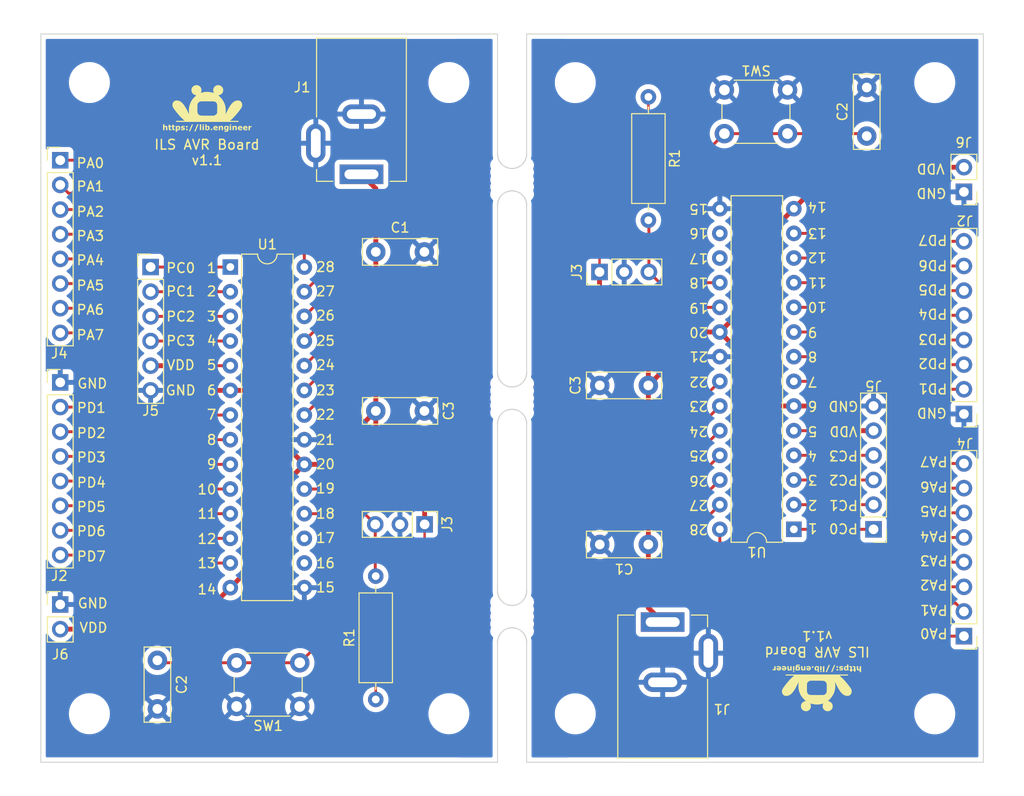
<source format=kicad_pcb>
(kicad_pcb (version 20211014) (generator pcbnew)
  (layers (0 "F.Cu" signal) (31 "B.Cu" power) (34 "B.Paste" user) (35 "F.Paste" user) (36 "B.SilkS" user "B.Silkscreen") (37 "F.SilkS" user "F.Silkscreen") (38 "B.Mask" user) (39 "F.Mask" user) (44 "Edge.Cuts" user))
  (net 0 "")
  (net 1 "VDD")
  (net 2 "GND")
  (net 3 "/{slash}RESET")
  (net 4 "/PD1")
  (net 5 "/PD2")
  (net 6 "/PD3")
  (net 7 "/PD4")
  (net 8 "/PD5")
  (net 9 "/PD6")
  (net 10 "/PD7")
  (net 11 "/PA0")
  (net 12 "/PA1")
  (net 13 "/PA2")
  (net 14 "/PA3")
  (net 15 "/PA4")
  (net 16 "/PA5")
  (net 17 "/PA6")
  (net 18 "/PA7")
  (net 19 "/PC0")
  (net 20 "/PC1")
  (net 21 "/PC2")
  (net 22 "/PC3")
  (net 25 "/UPDI")
  (footprint "Connector_PinHeader_2.54mm:PinHeader_1x03_P2.54mm_Vertical" (layer "F.Cu") (at 99.5 95.5 -90)
    (fp_text reference "J3")
    (fp_text value "Conn_01x03_Male" hide)
  )
  (footprint "Connector_PinHeader_2.54mm:PinHeader_1x06_P2.54mm_Vertical" (layer "F.Cu") (at 71.3 69)
    (fp_text reference "J5")
    (fp_text value "Conn_01x06_Male" hide)
  )
  (footprint "lib:Mouse_Bite" (layer "F.Cu") (at 108.5 105 90)
    (fp_text reference "REF**" hide)
    (fp_text value "Mouse_Bite" hide)
    (fp_arc (start -2.65 -1.5) (mid -1.15 0) (end -2.65 1.5) (layer "Edge.Cuts") (width 0.12))
    (fp_arc (start 2.65 1.5) (mid 1.15 0) (end 2.65 -1.5) (layer "Edge.Cuts") (width 0.12))
  )
  (footprint "MountingHole:MountingHole_3.2mm_M3" (layer "F.Cu") (at 115 50.01 180)
    (fp_text reference "H1" hide)
    (fp_text value "MountingHole" hide)
  )
  (footprint "Capacitor_THT:C_Disc_D7.5mm_W2.5mm_P5.00mm" (layer "F.Cu") (at 122.525 97.57 180)
    (fp_text reference "C1")
    (fp_text value "1u" hide)
  )
  (footprint "MountingHole:MountingHole_3.2mm_M3" (layer "F.Cu") (at 65 50)
    (fp_text reference "H4" hide)
    (fp_text value "MountingHole" hide)
  )
  (footprint "Connector_PinHeader_2.54mm:PinHeader_1x08_P2.54mm_Vertical" (layer "F.Cu") (at 62 80.88)
    (fp_text reference "J2")
    (fp_text value "Conn_01x08_Male" hide)
  )
  (footprint "Button_Switch_THT:SW_PUSH_6mm" (layer "F.Cu") (at 86.65 114.25 180)
    (fp_text reference "SW1")
    (fp_text value "SW_SPST" hide)
  )
  (footprint "MountingHole:MountingHole_3.2mm_M3" (layer "F.Cu") (at 102 115)
    (fp_text reference "H1" hide)
    (fp_text value "MountingHole" hide)
  )
  (footprint "MountingHole:MountingHole_3.2mm_M3" (layer "F.Cu") (at 152 50.01 180)
    (fp_text reference "H3" hide)
    (fp_text value "MountingHole" hide)
  )
  (footprint "Connector_PinHeader_2.54mm:PinHeader_1x08_P2.54mm_Vertical" (layer "F.Cu") (at 155 84.13 180)
    (fp_text reference "J2")
    (fp_text value "Conn_01x08_Male" hide)
  )
  (footprint "Connector_PinHeader_2.54mm:PinHeader_1x06_P2.54mm_Vertical" (layer "F.Cu") (at 145.7 96.01 180)
    (fp_text reference "J5")
    (fp_text value "Conn_01x06_Male" hide)
  )
  (footprint "Capacitor_THT:C_Disc_D7.5mm_W2.5mm_P5.00mm" (layer "F.Cu") (at 72 109.5 -90)
    (fp_text reference "C2")
    (fp_text value "1u" hide)
  )
  (footprint "Button_Switch_THT:SW_PUSH_6mm" (layer "F.Cu") (at 130.35 50.76)
    (fp_text reference "SW1")
    (fp_text value "SW_SPST" hide)
  )
  (footprint "Connector_PinHeader_2.54mm:PinHeader_1x08_P2.54mm_Vertical" (layer "F.Cu") (at 155 107.01 180)
    (fp_text reference "J4")
    (fp_text value "Conn_01x08_Male" hide)
  )
  (footprint "Capacitor_THT:C_Disc_D7.5mm_W2.5mm_P5.00mm" (layer "F.Cu") (at 94.475 67.44)
    (fp_text reference "C1")
    (fp_text value "1u" hide)
  )
  (footprint "MountingHole:MountingHole_3.2mm_M3" (layer "F.Cu") (at 102 50)
    (fp_text reference "H2" hide)
    (fp_text value "MountingHole" hide)
  )
  (footprint "Capacitor_THT:C_Disc_D7.5mm_W2.5mm_P5.00mm" (layer "F.Cu") (at 122.525 81.19 180)
    (fp_text reference "C3")
    (fp_text value "1u" hide)
  )
  (footprint "Connector_BarrelJack:BarrelJack_Kycon_KLDX-0202-xC_Horizontal" (layer "F.Cu") (at 124 105.56 90)
    (fp_text reference "J1")
    (fp_text value "Barrel_Jack_Switch_Pin3Ring" hide)
  )
  (footprint "lib:Mouse_Bite" (layer "F.Cu") (at 108.5 60 90)
    (fp_text reference "REF**" hide)
    (fp_text value "Mouse_Bite" hide)
    (fp_arc (start -2.65 -1.5) (mid -1.15 0) (end -2.65 1.5) (layer "Edge.Cuts") (width 0.12))
    (fp_arc (start 2.65 1.5) (mid 1.15 0) (end 2.65 -1.5) (layer "Edge.Cuts") (width 0.12))
  )
  (footprint "Capacitor_THT:C_Disc_D7.5mm_W2.5mm_P5.00mm" (layer "F.Cu") (at 145 55.51 90)
    (fp_text reference "C2")
    (fp_text value "1u" hide)
  )
  (footprint "MountingHole:MountingHole_3.2mm_M3" (layer "F.Cu") (at 65 115)
    (fp_text reference "H3" hide)
    (fp_text value "MountingHole" hide)
  )
  (footprint "Connector_PinHeader_2.54mm:PinHeader_1x08_P2.54mm_Vertical" (layer "F.Cu") (at 62 58)
    (fp_text reference "J4")
    (fp_text value "Conn_01x08_Male" hide)
  )
  (footprint "Connector_BarrelJack:BarrelJack_Kycon_KLDX-0202-xC_Horizontal" (layer "F.Cu") (at 93 59.45 -90)
    (fp_text reference "J1")
    (fp_text value "Barrel_Jack_Switch_Pin3Ring" hide)
  )
  (footprint "MountingHole:MountingHole_3.2mm_M3" (layer "F.Cu") (at 152 115.01 180)
    (fp_text reference "H4" hide)
    (fp_text value "MountingHole" hide)
  )
  (footprint "Connector_PinHeader_2.54mm:PinHeader_1x02_P2.54mm_Vertical" (layer "F.Cu") (at 62 103.75)
    (fp_text reference "J6")
    (fp_text value "Conn_01x02_Male" hide)
  )
  (footprint "Package_DIP:DIP-28_W7.62mm" (layer "F.Cu") (at 137.5 96.01 180)
    (fp_text reference "U1")
    (fp_text value "AVR128DB28x-xSP" hide)
  )
  (footprint "Package_DIP:DIP-28_W7.62mm" (layer "F.Cu") (at 79.5 69)
    (fp_text reference "U1")
    (fp_text value "AVR128DB28x-xSP" hide)
  )
  (footprint "Connector_PinHeader_2.54mm:PinHeader_1x03_P2.54mm_Vertical" (layer "F.Cu") (at 117.5 69.51 90)
    (fp_text reference "J3")
    (fp_text value "Conn_01x03_Male" hide)
  )
  (footprint "Connector_PinHeader_2.54mm:PinHeader_1x02_P2.54mm_Vertical" (layer "F.Cu") (at 155 61.26 180)
    (fp_text reference "J6")
    (fp_text value "Conn_01x02_Male" hide)
  )
  (footprint "MountingHole:MountingHole_3.2mm_M3" (layer "F.Cu") (at 115 115.01 180)
    (fp_text reference "H2" hide)
    (fp_text value "MountingHole" hide)
  )
  (footprint "lib:eFrog-pcb" (layer "F.Cu") (at 139.9 112.31 180)
    (fp_text reference "G***" hide)
    (fp_text value "LOGO" hide)
  )
  (footprint "lib:Mouse_Bite" (layer "F.Cu") (at 108.5 82.5 90)
    (fp_text reference "REF**" hide)
    (fp_text value "Mouse_Bite" hide)
    (fp_arc (start 2.65 1.5) (mid 1.15 0) (end 2.65 -1.5) (layer "Edge.Cuts") (width 0.12))
    (fp_arc (start -2.65 -1.5) (mid -1.15 0) (end -2.65 1.5) (layer "Edge.Cuts") (width 0.12))
  )
  (footprint "lib:eFrog-pcb" (layer "F.Cu") (at 77.1 52.7)
    (fp_text reference "G***" hide)
    (fp_text value "LOGO" hide)
  )
  (footprint "Resistor_THT:R_Axial_DIN0309_L9.0mm_D3.2mm_P12.70mm_Horizontal" (layer "F.Cu") (at 122.53 51.48 -90)
    (fp_text reference "R1")
    (fp_text value "1.2k" hide)
  )
  (footprint "Capacitor_THT:C_Disc_D7.5mm_W2.5mm_P5.00mm" (layer "F.Cu") (at 94.475 83.82)
    (fp_text reference "C3")
    (fp_text value "1u" hide)
  )
  (footprint "Resistor_THT:R_Axial_DIN0309_L9.0mm_D3.2mm_P12.70mm_Horizontal" (layer "F.Cu") (at 94.47 113.53 90)
    (fp_text reference "R1")
    (fp_text value "1.2k" hide)
  )
  (gr_line (start 60 45) (end 107 45) (layer "Edge.Cuts") (width 0.1))
  (gr_line (start 110 45) (end 110 57.35) (layer "Edge.Cuts") (width 0.1))
  (gr_line (start 157 120) (end 157 45) (layer "Edge.Cuts") (width 0.1))
  (gr_line (start 110 107.65) (end 110 120) (layer "Edge.Cuts") (width 0.1))
  (gr_line (start 110 62.65) (end 110 79.85) (layer "Edge.Cuts") (width 0.1))
  (gr_line (start 107 45) (end 107 57.35) (layer "Edge.Cuts") (width 0.1))
  (gr_line (start 110 85.15) (end 110 102.35) (layer "Edge.Cuts") (width 0.1))
  (gr_line (start 107 85.15) (end 107 102.35) (layer "Edge.Cuts") (width 0.1))
  (gr_line (start 107 62.65) (end 107 79.85) (layer "Edge.Cuts") (width 0.1))
  (gr_line (start 60 120) (end 107 120) (layer "Edge.Cuts") (width 0.1))
  (gr_line (start 157 45) (end 110 45) (layer "Edge.Cuts") (width 0.1))
  (gr_line (start 107 107.65) (end 107 120) (layer "Edge.Cuts") (width 0.1))
  (gr_line (start 157 120) (end 110 120) (layer "Edge.Cuts") (width 0.1))
  (gr_line (start 60 45) (end 60 120) (layer "Edge.Cuts") (width 0.1))
  (gr_text "PA3" (at 151.9 99.21 180) (layer "F.SilkS") (effects (font (size 1 1))))
  (gr_text "PD5" (at 65.2 93.7) (layer "F.SilkS") (effects (font (size 1 1))))
  (gr_text "PA0" (at 151.9 106.71 180) (layer "F.SilkS") (effects (font (size 1 1))))
  (gr_text "20" (at 127.7 75.71 180) (layer "F.SilkS") (effects (font (size 1 1))))
  (gr_text "17" (at 127.7 68.11 180) (layer "F.SilkS") (effects (font (size 1 1))))
  (gr_text "9" (at 139.42381 75.71 180) (layer "F.SilkS") (effects (font (size 1 1))))
  (gr_text "5" (at 77.57619 79.1) (layer "F.SilkS") (effects (font (size 1 1))))
  (gr_text "27" (at 127.7 93.51 180) (layer "F.SilkS") (effects (font (size 1 1))))
  (gr_text "GND" (at 74.4 81.7) (layer "F.SilkS") (effects (font (size 1 1))))
  (gr_text "PC2" (at 142.6 90.91 180) (layer "F.SilkS") (effects (font (size 1 1))))
  (gr_text "PD4" (at 65.2 91.2) (layer "F.SilkS") (effects (font (size 1 1))))
  (gr_text "10" (at 77.1 91.9) (layer "F.SilkS") (effects (font (size 1 1))))
  (gr_text "PC3" (at 142.6 88.41 180) (layer "F.SilkS") (effects (font (size 1 1))))
  (gr_text "22" (at 89.3 84.2) (layer "F.SilkS") (effects (font (size 1 1))))
  (gr_text "1" (at 139.42381 95.91 180) (layer "F.SilkS") (effects (font (size 1 1))))
  (gr_text "GND" (at 151.66 61.38 180) (layer "F.SilkS") (effects (font (size 1 1))))
  (gr_text "4" (at 77.57619 76.6) (layer "F.SilkS") (effects (font (size 1 1))))
  (gr_text "VDD" (at 65.42 106.14) (layer "F.SilkS") (effects (font (size 1 1))))
  (gr_text "PA6" (at 151.9 91.61 180) (layer "F.SilkS") (effects (font (size 1 1))))
  (gr_text "2" (at 139.42381 93.51 180) (layer "F.SilkS") (effects (font (size 1 1))))
  (gr_text "PD1" (at 65.2 83.5) (layer "F.SilkS") (effects (font (size 1 1))))
  (gr_text "21" (at 127.7 78.21 180) (layer "F.SilkS") (effects (font (size 1 1))))
  (gr_text "25" (at 89.3 76.6) (layer "F.SilkS") (effects (font (size 1 1))))
  (gr_text "PD3" (at 151.8 76.41 180) (layer "F.SilkS") (effects (font (size 1 1))))
  (gr_text "PD5" (at 151.8 71.31 180) (layer "F.SilkS") (effects (font (size 1 1))))
  (gr_text "13" (at 77.1 99.5) (layer "F.SilkS") (effects (font (size 1 1))))
  (gr_text "15" (at 127.7 63.01 180) (layer "F.SilkS") (effects (font (size 1 1))))
  (gr_text "13" (at 139.9 65.51 180) (layer "F.SilkS") (effects (font (size 1 1))))
  (gr_text "PD1" (at 151.8 81.51 180) (layer "F.SilkS") (effects (font (size 1 1))))
  (gr_text "22" (at 127.7 80.81 180) (layer "F.SilkS") (effects (font (size 1 1))))
  (gr_text "7" (at 77.57619 84.2) (layer "F.SilkS") (effects (font (size 1 1))))
  (gr_text "VDD" (at 74.4 79.1) (layer "F.SilkS") (effects (font (size 1 1))))
  (gr_text "12" (at 77.1 97) (layer "F.SilkS") (effects (font (size 1 1))))
  (gr_text "25" (at 127.7 88.41 180) (layer "F.SilkS") (effects (font (size 1 1))))
  (gr_text "PC0" (at 142.6 95.91 180) (layer "F.SilkS") (effects (font (size 1 1))))
  (gr_text "8" (at 139.42381 78.21 180) (layer "F.SilkS") (effects (font (size 1 1))))
  (gr_text "VDD" (at 151.58 58.87 180) (layer "F.SilkS") (effects (font (size 1 1))))
  (gr_text "PA7" (at 65.1 76) (layer "F.SilkS") (effects (font (size 1 1))))
  (gr_text "PC1" (at 74.4 71.5) (layer "F.SilkS") (effects (font (size 1 1))))
  (gr_text "PA4" (at 65.1 68.3) (layer "F.SilkS") (effects (font (size 1 1))))
  (gr_text "16" (at 89.3 99.5) (layer "F.SilkS") (effects (font (size 1 1))))
  (gr_text "3" (at 139.42381 90.91 180) (layer "F.SilkS") (effects (font (size 1 1))))
  (gr_text "11" (at 77.1 94.4) (layer "F.SilkS") (effects (font (size 1 1))))
  (gr_text "18" (at 89.3 94.4) (layer "F.SilkS") (effects (font (size 1 1))))
  (gr_text "PD3" (at 65.2 88.6) (layer "F.SilkS") (effects (font (size 1 1))))
  (gr_text "7" (at 139.42381 80.81 180) (layer "F.SilkS") (effects (font (size 1 1))))
  (gr_text "11" (at 139.9 70.61 180) (layer "F.SilkS") (effects (font (size 1 1))))
  (gr_text "PD6" (at 151.8 68.81 180) (layer "F.SilkS") (effects (font (size 1 1))))
  (gr_text "6" (at 139.42381 83.31 180) (layer "F.SilkS") (effects (font (size 1 1))))
  (gr_text "27" (at 89.3 71.5) (layer "F.SilkS") (effects (font (size 1 1))))
  (gr_text "23" (at 89.3 81.7) (layer "F.SilkS") (effects (font (size 1 1))))
  (gr_text "PC1" (at 142.6 93.51 180) (layer "F.SilkS") (effects (font (size 1 1))))
  (gr_text "PD2" (at 65.2 86.1) (layer "F.SilkS") (effects (font (size 1 1))))
  (gr_text "20" (at 89.3 89.3) (layer "F.SilkS") (effects (font (size 1 1))))
  (gr_text "5" (at 139.42381 85.91 180) (layer "F.SilkS") (effects (font (size 1 1))))
  (gr_text "24" (at 89.3 79.1) (layer "F.SilkS") (effects (font (size 1 1))))
  (gr_text "21" (at 89.3 86.8) (layer "F.SilkS") (effects (font (size 1 1))))
  (gr_text "PA1" (at 151.9 104.31 180) (layer "F.SilkS") (effects (font (size 1 1))))
  (gr_text "3" (at 77.57619 74.1) (layer "F.SilkS") (effects (font (size 1 1))))
  (gr_text "26" (at 127.7 91.01 180) (layer "F.SilkS") (effects (font (size 1 1))))
  (gr_text "ILS AVR Board\nv1.1" (at 77.1 57.2) (layer "F.SilkS") (effects (font (size 1 1))))
  (gr_text "PA1" (at 65.1 60.7) (layer "F.SilkS") (effects (font (size 1 1))))
  (gr_text "16" (at 127.7 65.51 180) (layer "F.SilkS") (effects (font (size 1 1))))
  (gr_text "PD6" (at 65.2 96.2) (layer "F.SilkS") (effects (font (size 1 1))))
  (gr_text "18" (at 127.7 70.61 180) (layer "F.SilkS") (effects (font (size 1 1))))
  (gr_text "4" (at 139.42381 88.41 180) (layer "F.SilkS") (effects (font (size 1 1))))
  (gr_text "PA5" (at 65.1 70.9) (layer "F.SilkS") (effects (font (size 1 1))))
  (gr_text "PC2" (at 74.4 74.1) (layer "F.SilkS") (effects (font (size 1 1))))
  (gr_text "PA2" (at 65.1 63.3) (layer "F.SilkS") (effects (font (size 1 1))))
  (gr_text "10" (at 139.9 73.11 180) (layer "F.SilkS") (effects (font (size 1 1))))
  (gr_text "23" (at 127.7 83.31 180) (layer "F.SilkS") (effects (font (size 1 1))))
  (gr_text "19" (at 127.7 73.21 180) (layer "F.SilkS") (effects (font (size 1 1))))
  (gr_text "GND" (at 142.6 83.31 180) (layer "F.SilkS") (effects (font (size 1 1))))
  (gr_text "9" (at 77.57619 89.3) (layer "F.SilkS") (effects (font (size 1 1))))
  (gr_text "28" (at 127.7 96.01 180) (layer "F.SilkS") (effects (font (size 1 1))))
  (gr_text "28" (at 89.3 69) (layer "F.SilkS") (effects (font (size 1 1))))
  (gr_text "19" (at 89.3 91.8) (layer "F.SilkS") (effects (font (size 1 1))))
  (gr_text "PC3" (at 74.4 76.6) (layer "F.SilkS") (effects (font (size 1 1))))
  (gr_text "ILS AVR Board\nv1.1" (at 139.9 107.81 180) (layer "F.SilkS") (effects (font (size 1 1))))
  (gr_text "PD2" (at 151.8 78.91 180) (layer "F.SilkS") (effects (font (size 1 1))))
  (gr_text "1" (at 77.57619 69.1) (layer "F.SilkS") (effects (font (size 1 1))))
  (gr_text "PD4" (at 151.8 73.81 180) (layer "F.SilkS") (effects (font (size 1 1))))
  (gr_text "PA0" (at 65.1 58.3) (layer "F.SilkS") (effects (font (size 1 1))))
  (gr_text "PA3" (at 65.1 65.8) (layer "F.SilkS") (effects (font (size 1 1))))
  (gr_text "8" (at 77.57619 86.8) (layer "F.SilkS") (effects (font (size 1 1))))
  (gr_text "26" (at 89.3 74) (layer "F.SilkS") (effects (font (size 1 1))))
  (gr_text "PD7" (at 65.2 98.8) (layer "F.SilkS") (effects (font (size 1 1))))
  (gr_text "VDD" (at 142.6 85.91 180) (layer "F.SilkS") (effects (font (size 1 1))))
  (gr_text "6" (at 77.57619 81.7) (layer "F.SilkS") (effects (font (size 1 1))))
  (gr_text "PA5" (at 151.9 94.11 180) (layer "F.SilkS") (effects (font (size 1 1))))
  (gr_text "14" (at 77.1 102.2) (layer "F.SilkS") (effects (font (size 1 1))))
  (gr_text "PA7" (at 151.9 89.01 180) (layer "F.SilkS") (effects (font (size 1 1))))
  (gr_text "24" (at 127.7 85.91 180) (layer "F.SilkS") (effects (font (size 1 1))))
  (gr_text "GND" (at 65.3 81) (layer "F.SilkS") (effects (font (size 1 1))))
  (gr_text "15" (at 89.3 102) (layer "F.SilkS") (effects (font (size 1 1))))
  (gr_text "PA4" (at 151.9 96.71 180) (layer "F.SilkS") (effects (font (size 1 1))))
  (gr_text "12" (at 139.9 68.01 180) (layer "F.SilkS") (effects (font (size 1 1))))
  (gr_text "GND" (at 65.34 103.63) (layer "F.SilkS") (effects (font (size 1 1))))
  (gr_text "14" (at 139.9 62.81 180) (layer "F.SilkS") (effects (font (size 1 1))))
  (gr_text "PA6" (at 65.1 73.4) (layer "F.SilkS") (effects (font (size 1 1))))
  (gr_text "2" (at 77.57619 71.5) (layer "F.SilkS") (effects (font (size 1 1))))
  (gr_text "PC0" (at 74.4 69.1) (layer "F.SilkS") (effects (font (size 1 1))))
  (gr_text "PD7" (at 151.8 66.21 180) (layer "F.SilkS") (effects (font (size 1 1))))
  (gr_text "GND" (at 151.7 84.01 180) (layer "F.SilkS") (effects (font (size 1 1))))
  (gr_text "PA2" (at 151.9 101.71 180) (layer "F.SilkS") (effects (font (size 1 1))))
  (gr_text "17" (at 89.3 96.9) (layer "F.SilkS") (effects (font (size 1 1))))
  (segment (start 141.77 58.72) (end 137.5 62.99) (width 0.5) (layer "F.Cu") (net 1))
  (segment (start 122.525 97.57) (end 122.525 81.19) (width 0.5) (layer "F.Cu") (net 1))
  (segment (start 83.2 98.32) (end 79.5 102.02) (width 0.5) (layer "F.Cu") (net 1))
  (segment (start 76.6 81.7) (end 79.5 81.7) (width 0.5) (layer "F.Cu") (net 1))
  (segment (start 83.2 93.24) (end 83.2 98.32) (width 0.5) (layer "F.Cu") (net 1))
  (segment (start 99.5 103.49) (end 99.5 95.5) (width 0.25) (layer "F.Cu") (net 1))
  (segment (start 82.8 85) (end 82.8 82.8) (width 0.5) (layer "F.Cu") (net 1))
  (segment (start 140.4 83.31) (end 142.94 85.85) (width 0.5) (layer "F.Cu") (net 1))
  (segment (start 94.47 108.54) (end 99.51 103.5) (width 0.25) (layer "F.Cu") (net 1))
  (segment (start 122.525 104.085) (end 124 105.56) (width 0.5) (layer "F.Cu") (net 1))
  (segment (start 129.88 75.69) (end 134.2 80.01) (width 0.5) (layer "F.Cu") (net 1))
  (segment (start 98.4 92.9) (end 99.5 94) (width 0.5) (layer "F.Cu") (net 1))
  (segment (start 155 58.72) (end 141.77 58.72) (width 0.5) (layer "F.Cu") (net 1))
  (segment (start 118.625 72.11) (end 118.6 72.11) (width 0.5) (layer "F.Cu") (net 1))
  (segment (start 122.525 81.19) (end 122.525 76.01) (width 0.5) (layer "F.Cu") (net 1))
  (segment (start 117.5 61.52) (end 117.5 69.51) (width 0.25) (layer "F.Cu") (net 1))
  (segment (start 133.8 66.69) (end 137.5 62.99) (width 0.5) (layer "F.Cu") (net 1))
  (segment (start 89 89.3) (end 88.98 89.32) (width 0.5) (layer "F.Cu") (net 1))
  (segment (start 94.475 83.82) (end 89 89.295) (width 0.5) (layer "F.Cu") (net 1))
  (segment (start 128 75.715) (end 128 75.71) (width 0.5) (layer "F.Cu") (net 1))
  (segment (start 117.49 61.51) (end 117.5 61.52) (width 0.25) (layer "F.Cu") (net 1))
  (segment (start 94.475 67.44) (end 94.475 83.82) (width 0.5) (layer "F.Cu") (net 1))
  (segment (start 128.02 75.69) (end 129.88 75.69) (width 0.5) (layer "F.Cu") (net 1))
  (segment (start 62 106.29) (end 75.23 106.29) (width 0.5) (layer "F.Cu") (net 1))
  (segment (start 94.475 67.44) (end 94.475 60.925) (width 0.5) (layer "F.Cu") (net 1))
  (segment (start 87.12 89.32) (end 82.8 85) (width 0.5) (layer "F.Cu") (net 1))
  (segment (start 134.2 82.21) (end 135.3 83.31) (width 0.5) (layer "F.Cu") (net 1))
  (segment (start 74.06 79.16) (end 71.3 79.16) (width 0.5) (layer "F.Cu") (net 1))
  (segment (start 81.7 81.7) (end 79.5 81.7) (width 0.5) (layer "F.Cu") (net 1))
  (segment (start 94.47 113.53) (end 94.47 108.54) (width 0.25) (layer "F.Cu") (net 1))
  (segment (start 99.51 103.5) (end 99.5 103.49) (width 0.25) (layer "F.Cu") (net 1))
  (segment (start 94.475 89) (end 98.375 92.9) (width 0.5) (layer "F.Cu") (net 1))
  (segment (start 140.4 83.31) (end 137.5 83.31) (width 0.5) (layer "F.Cu") (net 1))
  (segment (start 128 75.71) (end 128.02 75.69) (width 0.5) (layer "F.Cu") (net 1))
  (segment (start 89 89.295) (end 89 89.3) (width 0.5) (layer "F.Cu") (net 1))
  (segment (start 122.53 51.48) (end 122.53 56.47) (width 0.25) (layer "F.Cu") (net 1))
  (segment (start 122.525 76.01) (end 118.625 72.11) (width 0.5) (layer "F.Cu") (net 1))
  (segment (start 94.475 60.925) (end 93 59.45) (width 0.5) (layer "F.Cu") (net 1))
  (segment (start 133.8 71.77) (end 133.8 66.69) (width 0.5) (layer "F.Cu") (net 1))
  (segment (start 75.23 106.29) (end 79.5 102.02) (width 0.5) (layer "F.Cu") (net 1))
  (segment (start 135.3 83.31) (end 137.5 83.31) (width 0.5) (layer "F.Cu") (net 1))
  (segment (start 98.375 92.9) (end 98.4 92.9) (width 0.5) (layer "F.Cu") (net 1))
  (segment (start 122.525 97.57) (end 122.525 104.085) (width 0.5) (layer "F.Cu") (net 1))
  (segment (start 122.525 81.19) (end 128 75.715) (width 0.5) (layer "F.Cu") (net 1))
  (segment (start 88.98 89.32) (end 87.12 89.32) (width 0.5) (layer "F.Cu") (net 1))
  (segment (start 94.475 83.82) (end 94.475 89) (width 0.5) (layer "F.Cu") (net 1))
  (segment (start 82.8 82.8) (end 81.7 81.7) (width 0.5) (layer "F.Cu") (net 1))
  (segment (start 142.94 85.85) (end 145.7 85.85) (width 0.5) (layer "F.Cu") (net 1))
  (segment (start 134.2 80.01) (end 134.2 82.21) (width 0.5) (layer "F.Cu") (net 1))
  (segment (start 99.5 94) (end 99.5 95.5) (width 0.5) (layer "F.Cu") (net 1))
  (segment (start 117.5 71.01) (end 117.5 69.51) (width 0.5) (layer "F.Cu") (net 1))
  (segment (start 87.12 89.32) (end 83.2 93.24) (width 0.5) (layer "F.Cu") (net 1))
  (segment (start 118.6 72.11) (end 117.5 71.01) (width 0.5) (layer "F.Cu") (net 1))
  (segment (start 76.6 81.7) (end 74.06 79.16) (width 0.5) (layer "F.Cu") (net 1))
  (segment (start 129.88 75.69) (end 133.8 71.77) (width 0.5) (layer "F.Cu") (net 1))
  (segment (start 122.53 56.47) (end 117.49 61.51) (width 0.25) (layer "F.Cu") (net 1))
  (segment (start 128.1 57.51) (end 130.35 55.26) (width 0.3) (layer "F.Cu") (net 3))
  (segment (start 87.12 94.4) (end 88.5 94.4) (width 0.3) (layer "F.Cu") (net 3))
  (segment (start 129.88 70.61) (end 128.5 70.61) (width 0.3) (layer "F.Cu") (net 3))
  (segment (start 130.35 55.26) (end 136.85 55.26) (width 0.3) (layer "F.Cu") (net 3))
  (segment (start 144.75 55.26) (end 145 55.51) (width 0.3) (layer "F.Cu") (net 3))
  (segment (start 80.15 109.75) (end 72.25 109.75) (width 0.3) (layer "F.Cu") (net 3))
  (segment (start 88.9 94.8) (end 88.9 107.5) (width 0.3) (layer "F.Cu") (net 3))
  (segment (start 88.5 94.4) (end 88.9 94.8) (width 0.3) (layer "F.Cu") (net 3))
  (segment (start 136.85 55.26) (end 144.75 55.26) (width 0.3) (layer "F.Cu") (net 3))
  (segment (start 88.9 107.5) (end 86.65 109.75) (width 0.3) (layer "F.Cu") (net 3))
  (segment (start 128.5 70.61) (end 128.1 70.21) (width 0.3) (layer "F.Cu") (net 3))
  (segment (start 128.1 70.21) (end 128.1 57.51) (width 0.3) (layer "F.Cu") (net 3))
  (segment (start 72.25 109.75) (end 72 109.5) (width 0.3) (layer "F.Cu") (net 3))
  (segment (start 86.65 109.75) (end 80.15 109.75) (width 0.3) (layer "F.Cu") (net 3))
  (segment (start 155 81.59) (end 149.32 81.59) (width 0.3) (layer "F.Cu") (net 4))
  (segment (start 149.32 81.59) (end 148.5 80.77) (width 0.3) (layer "F.Cu") (net 4))
  (segment (start 68.5 84.24) (end 79.5 84.24) (width 0.3) (layer "F.Cu") (net 4))
  (segment (start 148.5 80.77) (end 137.5 80.77) (width 0.3) (layer "F.Cu") (net 4))
  (segment (start 67.68 83.42) (end 68.5 84.24) (width 0.3) (layer "F.Cu") (net 4))
  (segment (start 62 83.42) (end 67.68 83.42) (width 0.3) (layer "F.Cu") (net 4))
  (segment (start 145.94 79.05) (end 155 79.05) (width 0.3) (layer "F.Cu") (net 5))
  (segment (start 71.06 85.96) (end 62 85.96) (width 0.3) (layer "F.Cu") (net 5))
  (segment (start 145.12 78.23) (end 145.94 79.05) (width 0.3) (layer "F.Cu") (net 5))
  (segment (start 79.5 86.78) (end 71.88 86.78) (width 0.3) (layer "F.Cu") (net 5))
  (segment (start 137.5 78.23) (end 145.12 78.23) (width 0.3) (layer "F.Cu") (net 5))
  (segment (start 71.88 86.78) (end 71.06 85.96) (width 0.3) (layer "F.Cu") (net 5))
  (segment (start 144.98 75.69) (end 145.8 76.51) (width 0.3) (layer "F.Cu") (net 6))
  (segment (start 137.5 75.69) (end 144.98 75.69) (width 0.3) (layer "F.Cu") (net 6))
  (segment (start 145.8 76.51) (end 155 76.51) (width 0.3) (layer "F.Cu") (net 6))
  (segment (start 79.5 89.32) (end 72.02 89.32) (width 0.3) (layer "F.Cu") (net 6))
  (segment (start 71.2 88.5) (end 62 88.5) (width 0.3) (layer "F.Cu") (net 6))
  (segment (start 72.02 89.32) (end 71.2 88.5) (width 0.3) (layer "F.Cu") (net 6))
  (segment (start 79.5 91.86) (end 71.96 91.86) (width 0.3) (layer "F.Cu") (net 7))
  (segment (start 145.04 73.15) (end 145.86 73.97) (width 0.3) (layer "F.Cu") (net 7))
  (segment (start 71.14 91.04) (end 62 91.04) (width 0.3) (layer "F.Cu") (net 7))
  (segment (start 137.5 73.15) (end 145.04 73.15) (width 0.3) (layer "F.Cu") (net 7))
  (segment (start 71.96 91.86) (end 71.14 91.04) (width 0.3) (layer "F.Cu") (net 7))
  (segment (start 145.86 73.97) (end 155 73.97) (width 0.3) (layer "F.Cu") (net 7))
  (segment (start 137.5 70.61) (end 145.2 70.61) (width 0.3) (layer "F.Cu") (net 8))
  (segment (start 71.8 94.4) (end 70.98 93.58) (width 0.3) (layer "F.Cu") (net 8))
  (segment (start 79.5 94.4) (end 71.8 94.4) (width 0.3) (layer "F.Cu") (net 8))
  (segment (start 146.02 71.43) (end 155 71.43) (width 0.3) (layer "F.Cu") (net 8))
  (segment (start 145.2 70.61) (end 146.02 71.43) (width 0.3) (layer "F.Cu") (net 8))
  (segment (start 70.98 93.58) (end 62 93.58) (width 0.3) (layer "F.Cu") (net 8))
  (segment (start 71.44 96.94) (end 70.62 96.12) (width 0.3) (layer "F.Cu") (net 9))
  (segment (start 137.5 68.07) (end 145.56 68.07) (width 0.3) (layer "F.Cu") (net 9))
  (segment (start 70.62 96.12) (end 62 96.12) (width 0.3) (layer "F.Cu") (net 9))
  (segment (start 146.38 68.89) (end 155 68.89) (width 0.3) (layer "F.Cu") (net 9))
  (segment (start 145.56 68.07) (end 146.38 68.89) (width 0.3) (layer "F.Cu") (net 9))
  (segment (start 79.5 96.94) (end 71.44 96.94) (width 0.3) (layer "F.Cu") (net 9))
  (segment (start 137.5 65.53) (end 145.82 65.53) (width 0.3) (layer "F.Cu") (net 10))
  (segment (start 79.5 99.48) (end 71.18 99.48) (width 0.3) (layer "F.Cu") (net 10))
  (segment (start 146.64 66.35) (end 155 66.35) (width 0.3) (layer "F.Cu") (net 10))
  (segment (start 145.82 65.53) (end 146.64 66.35) (width 0.3) (layer "F.Cu") (net 10))
  (segment (start 71.18 99.48) (end 70.36 98.66) (width 0.3) (layer "F.Cu") (net 10))
  (segment (start 70.36 98.66) (end 62 98.66) (width 0.3) (layer "F.Cu") (net 10))
  (segment (start 91.1 80.26) (end 91.1 66.192894) (width 0.3) (layer "F.Cu") (net 11))
  (segment (start 129.88 80.77) (end 125.9 84.75) (width 0.3) (layer "F.Cu") (net 11))
  (segment (start 91.1 66.192894) (end 82.907106 58) (width 0.3) (layer "F.Cu") (net 11))
  (segment (start 134.092894 107.01) (end 155 107.01) (width 0.3) (layer "F.Cu") (net 11))
  (segment (start 82.907106 58) (end 62 58) (width 0.3) (layer "F.Cu") (net 11))
  (segment (start 125.9 98.817106) (end 134.092894 107.01) (width 0.3) (layer "F.Cu") (net 11))
  (segment (start 125.9 84.75) (end 125.9 98.817106) (width 0.3) (layer "F.Cu") (net 11))
  (segment (start 87.12 84.24) (end 91.1 80.26) (width 0.3) (layer "F.Cu") (net 11))
  (segment (start 126.4 98.61) (end 131.4 103.61) (width 0.3) (layer "F.Cu") (net 12))
  (segment (start 131.4 103.61) (end 154.14 103.61) (width 0.3) (layer "F.Cu") (net 12))
  (segment (start 90.6 78.22) (end 90.6 66.4) (width 0.3) (layer "F.Cu") (net 12))
  (segment (start 154.14 103.61) (end 155 104.47) (width 0.3) (layer "F.Cu") (net 12))
  (segment (start 129.88 83.31) (end 126.4 86.79) (width 0.3) (layer "F.Cu") (net 12))
  (segment (start 87.12 81.7) (end 90.6 78.22) (width 0.3) (layer "F.Cu") (net 12))
  (segment (start 85.6 61.4) (end 62.86 61.4) (width 0.3) (layer "F.Cu") (net 12))
  (segment (start 126.4 86.79) (end 126.4 98.61) (width 0.3) (layer "F.Cu") (net 12))
  (segment (start 90.6 66.4) (end 85.6 61.4) (width 0.3) (layer "F.Cu") (net 12))
  (segment (start 62.86 61.4) (end 62 60.54) (width 0.3) (layer "F.Cu") (net 12))
  (segment (start 126.9 88.83) (end 126.9 98.31) (width 0.3) (layer "F.Cu") (net 13))
  (segment (start 85.6 62.2) (end 68.4 62.2) (width 0.3) (layer "F.Cu") (net 13))
  (segment (start 67.48 63.08) (end 62 63.08) (width 0.3) (layer "F.Cu") (net 13))
  (segment (start 148.6 102.81) (end 149.5 101.91) (width 0.3) (layer "F.Cu") (net 13))
  (segment (start 131.4 102.81) (end 148.6 102.81) (width 0.3) (layer "F.Cu") (net 13))
  (segment (start 87.12 79.16) (end 90.1 76.18) (width 0.3) (layer "F.Cu") (net 13))
  (segment (start 90.1 66.7) (end 85.6 62.2) (width 0.3) (layer "F.Cu") (net 13))
  (segment (start 126.9 98.31) (end 131.4 102.81) (width 0.3) (layer "F.Cu") (net 13))
  (segment (start 149.5 101.91) (end 149.52 101.93) (width 0.3) (layer "F.Cu") (net 13))
  (segment (start 67.5 63.1) (end 67.48 63.08) (width 0.3) (layer "F.Cu") (net 13))
  (segment (start 129.88 85.85) (end 126.9 88.83) (width 0.3) (layer "F.Cu") (net 13))
  (segment (start 149.52 101.93) (end 155 101.93) (width 0.3) (layer "F.Cu") (net 13))
  (segment (start 90.1 76.18) (end 90.1 66.7) (width 0.3) (layer "F.Cu") (net 13))
  (segment (start 68.4 62.2) (end 67.5 63.1) (width 0.3) (layer "F.Cu") (net 13))
  (segment (start 148 102.01) (end 150.62 99.39) (width 0.3) (layer "F.Cu") (net 14))
  (segment (start 89.6 66.985788) (end 85.614212 63) (width 0.3) (layer "F.Cu") (net 14))
  (segment (start 87.12 76.62) (end 89.6 74.14) (width 0.3) (layer "F.Cu") (net 14))
  (segment (start 66.38 65.62) (end 62 65.62) (width 0.3) (layer "F.Cu") (net 14))
  (segment (start 131.385788 102.01) (end 148 102.01) (width 0.3) (layer "F.Cu") (net 14))
  (segment (start 127.4 98.024212) (end 131.385788 102.01) (width 0.3) (layer "F.Cu") (net 14))
  (segment (start 69 63) (end 66.38 65.62) (width 0.3) (layer "F.Cu") (net 14))
  (segment (start 89.6 74.14) (end 89.6 66.985788) (width 0.3) (layer "F.Cu") (net 14))
  (segment (start 127.4 90.87) (end 127.4 98.024212) (width 0.3) (layer "F.Cu") (net 14))
  (segment (start 129.88 88.39) (end 127.4 90.87) (width 0.3) (layer "F.Cu") (net 14))
  (segment (start 150.62 99.39) (end 155 99.39) (width 0.3) (layer "F.Cu") (net 14))
  (segment (start 85.614212 63) (end 69 63) (width 0.3) (layer "F.Cu") (net 14))
  (segment (start 66.6 66.6) (end 66.6 67.3) (width 0.3) (layer "F.Cu") (net 15))
  (segment (start 127.9 97.817106) (end 131.092894 101.01) (width 0.3) (layer "F.Cu") (net 15))
  (segment (start 127.9 92.91) (end 127.9 97.817106) (width 0.3) (layer "F.Cu") (net 15))
  (segment (start 151.26 96.85) (end 155 96.85) (width 0.3) (layer "F.Cu") (net 15))
  (segment (start 85.907106 64) (end 69.2 64) (width 0.3) (layer "F.Cu") (net 15))
  (segment (start 65.74 68.16) (end 62 68.16) (width 0.3) (layer "F.Cu") (net 15))
  (segment (start 89.1 72.1) (end 89.1 67.192894) (width 0.3) (layer "F.Cu") (net 15))
  (segment (start 150.4 97.71) (end 151.26 96.85) (width 0.3) (layer "F.Cu") (net 15))
  (segment (start 129.88 90.93) (end 127.9 92.91) (width 0.3) (layer "F.Cu") (net 15))
  (segment (start 147.8 101.01) (end 150.4 98.41) (width 0.3) (layer "F.Cu") (net 15))
  (segment (start 69.2 64) (end 66.6 66.6) (width 0.3) (layer "F.Cu") (net 15))
  (segment (start 66.6 67.3) (end 65.74 68.16) (width 0.3) (layer "F.Cu") (net 15))
  (segment (start 131.092894 101.01) (end 147.8 101.01) (width 0.3) (layer "F.Cu") (net 15))
  (segment (start 89.1 67.192894) (end 85.907106 64) (width 0.3) (layer "F.Cu") (net 15))
  (segment (start 150.4 98.41) (end 150.4 97.71) (width 0.3) (layer "F.Cu") (net 15))
  (segment (start 87.12 74.08) (end 89.1 72.1) (width 0.3) (layer "F.Cu") (net 15))
  (segment (start 149.6 98.21) (end 149.6 95.11) (width 0.3) (layer "F.Cu") (net 16))
  (segment (start 88.6 67.4) (end 86.2 65) (width 0.3) (layer "F.Cu") (net 16))
  (segment (start 86.2 65) (end 69.2 65) (width 0.3) (layer "F.Cu") (net 16))
  (segment (start 67.4 69.9) (end 66.6 70.7) (width 0.3) (layer "F.Cu") (net 16))
  (segment (start 129.88 93.47) (end 128.4 94.95) (width 0.3) (layer "F.Cu") (net 16))
  (segment (start 66.6 70.7) (end 62 70.7) (width 0.3) (layer "F.Cu") (net 16))
  (segment (start 67.4 66.8) (end 67.4 69.9) (width 0.3) (layer "F.Cu") (net 16))
  (segment (start 87.12 71.54) (end 88.6 70.06) (width 0.3) (layer "F.Cu") (net 16))
  (segment (start 130.8 100.01) (end 147.8 100.01) (width 0.3) (layer "F.Cu") (net 16))
  (segment (start 128.4 94.95) (end 128.4 97.61) (width 0.3) (layer "F.Cu") (net 16))
  (segment (start 69.2 65) (end 67.4 66.8) (width 0.3) (layer "F.Cu") (net 16))
  (segment (start 128.4 97.61) (end 130.8 100.01) (width 0.3) (layer "F.Cu") (net 16))
  (segment (start 147.8 100.01) (end 149.6 98.21) (width 0.3) (layer "F.Cu") (net 16))
  (segment (start 150.4 94.31) (end 155 94.31) (width 0.3) (layer "F.Cu") (net 16))
  (segment (start 149.6 95.11) (end 150.4 94.31) (width 0.3) (layer "F.Cu") (net 16))
  (segment (start 88.6 70.06) (end 88.6 67.4) (width 0.3) (layer "F.Cu") (net 16))
  (segment (start 87.12 67.72) (end 85.3 65.9) (width 0.3) (layer "F.Cu") (net 17))
  (segment (start 68.1 67) (end 68.1 72.4) (width 0.3) (layer "F.Cu") (net 17))
  (segment (start 149.74 91.77) (end 155 91.77) (width 0.3) (layer "F.Cu") (net 17))
  (segment (start 129.88 96.01) (end 129.88 97.29) (width 0.3) (layer "F.Cu") (net 17))
  (segment (start 68.1 72.4) (end 67.26 73.24) (width 0.3) (layer "F.Cu") (net 17))
  (segment (start 148.9 92.61) (end 149.74 91.77) (width 0.3) (layer "F.Cu") (net 17))
  (segment (start 67.26 73.24) (end 62 73.24) (width 0.3) (layer "F.Cu") (net 17))
  (segment (start 148.9 98.01) (end 148.9 92.61) (width 0.3) (layer "F.Cu") (net 17))
  (segment (start 129.88 97.29) (end 131.7 99.11) (width 0.3) (layer "F.Cu") (net 17))
  (segment (start 87.12 69) (end 87.12 67.72) (width 0.3) (layer "F.Cu") (net 17))
  (segment (start 147.8 99.11) (end 148.9 98.01) (width 0.3) (layer "F.Cu") (net 17))
  (segment (start 85.3 65.9) (end 69.2 65.9) (width 0.3) (layer "F.Cu") (net 17))
  (segment (start 69.2 65.9) (end 68.1 67) (width 0.3) (layer "F.Cu") (net 17))
  (segment (start 131.7 99.11) (end 147.8 99.11) (width 0.3) (layer "F.Cu") (net 17))
  (segment (start 137.5 96.01) (end 138.9 96.01) (width 0.3) (layer "F.Cu") (net 18))
  (segment (start 68.8 67.2) (end 68.8 74.4) (width 0.3) (layer "F.Cu") (net 18))
  (segment (start 138.9 96.01) (end 141.3 98.41) (width 0.3) (layer "F.Cu") (net 18))
  (segment (start 68.8 74.4) (end 67.42 75.78) (width 0.3) (layer "F.Cu") (net 18))
  (segment (start 147.6 98.41) (end 148.2 97.81) (width 0.3) (layer "F.Cu") (net 18))
  (segment (start 148.2 97.81) (end 148.2 90.61) (width 0.3) (layer "F.Cu") (net 18))
  (segment (start 67.42 75.78) (end 62 75.78) (width 0.3) (layer "F.Cu") (net 18))
  (segment (start 79.5 69) (end 78.1 69) (width 0.3) (layer "F.Cu") (net 18))
  (segment (start 75.7 66.6) (end 69.4 66.6) (width 0.3) (layer "F.Cu") (net 18))
  (segment (start 69.4 66.6) (end 68.8 67.2) (width 0.3) (layer "F.Cu") (net 18))
  (segment (start 149.58 89.23) (end 155 89.23) (width 0.3) (layer "F.Cu") (net 18))
  (segment (start 141.3 98.41) (end 147.6 98.41) (width 0.3) (layer "F.Cu") (net 18))
  (segment (start 78.1 69) (end 75.7 66.6) (width 0.3) (layer "F.Cu") (net 18))
  (segment (start 148.2 90.61) (end 149.58 89.23) (width 0.3) (layer "F.Cu") (net 18))
  (segment (start 78.24 71.54) (end 75.7 69) (width 0.3) (layer "F.Cu") (net 19))
  (segment (start 141.3 96.01) (end 145.7 96.01) (width 0.3) (layer "F.Cu") (net 19))
  (segment (start 137.5 93.47) (end 138.76 93.47) (width 0.3) (layer "F.Cu") (net 19))
  (segment (start 75.7 69) (end 71.3 69) (width 0.3) (layer "F.Cu") (net 19))
  (segment (start 79.5 71.54) (end 78.24 71.54) (width 0.3) (layer "F.Cu") (net 19))
  (segment (start 138.76 93.47) (end 141.3 96.01) (width 0.3) (layer "F.Cu") (net 19))
  (segment (start 137.5 90.93) (end 138.92 90.93) (width 0.3) (layer "F.Cu") (net 20))
  (segment (start 75.54 71.54) (end 71.3 71.54) (width 0.3) (layer "F.Cu") (net 20))
  (segment (start 141.46 93.47) (end 145.7 93.47) (width 0.3) (layer "F.Cu") (net 20))
  (segment (start 78.08 74.08) (end 75.54 71.54) (width 0.3) (layer "F.Cu") (net 20))
  (segment (start 138.92 90.93) (end 141.46 93.47) (width 0.3) (layer "F.Cu") (net 20))
  (segment (start 79.5 74.08) (end 78.08 74.08) (width 0.3) (layer "F.Cu") (net 20))
  (segment (start 75.48 74.08) (end 71.3 74.08) (width 0.3) (layer "F.Cu") (net 21))
  (segment (start 79.5 76.62) (end 78.02 76.62) (width 0.3) (layer "F.Cu") (net 21))
  (segment (start 78.02 76.62) (end 75.48 74.08) (width 0.3) (layer "F.Cu") (net 21))
  (segment (start 141.52 90.93) (end 145.7 90.93) (width 0.3) (layer "F.Cu") (net 21))
  (segment (start 137.5 88.39) (end 138.98 88.39) (width 0.3) (layer "F.Cu") (net 21))
  (segment (start 138.98 88.39) (end 141.52 90.93) (width 0.3) (layer "F.Cu") (net 21))
  (segment (start 77.96 79.16) (end 75.42 76.62) (width 0.3) (layer "F.Cu") (net 22))
  (segment (start 75.42 76.62) (end 71.3 76.62) (width 0.3) (layer "F.Cu") (net 22))
  (segment (start 137.5 85.85) (end 139.04 85.85) (width 0.3) (layer "F.Cu") (net 22))
  (segment (start 141.58 88.39) (end 145.7 88.39) (width 0.3) (layer "F.Cu") (net 22))
  (segment (start 139.04 85.85) (end 141.58 88.39) (width 0.3) (layer "F.Cu") (net 22))
  (segment (start 79.5 79.16) (end 77.96 79.16) (width 0.3) (layer "F.Cu") (net 22))
  (segment (start 129.88 73.15) (end 126.22 73.15) (width 0.3) (layer "F.Cu") (net 25))
  (segment (start 122.58 69.51) (end 122.58 64.23) (width 0.3) (layer "F.Cu") (net 25))
  (segment (start 126.22 73.15) (end 122.58 69.51) (width 0.3) (layer "F.Cu") (net 25))
  (segment (start 94.42 100.78) (end 94.47 100.83) (width 0.3) (layer "F.Cu") (net 25))
  (segment (start 94.42 95.5) (end 94.42 100.78) (width 0.3) (layer "F.Cu") (net 25))
  (segment (start 90.78 91.86) (end 94.42 95.5) (width 0.3) (layer "F.Cu") (net 25))
  (segment (start 122.58 64.23) (end 122.53 64.18) (width 0.3) (layer "F.Cu") (net 25))
  (segment (start 87.12 91.86) (end 90.78 91.86) (width 0.3) (layer "F.Cu") (net 25))
  (zone (net 2) (net_name "GND") (layer "B.Cu") (connect_pads (clearance 0.508)) (min_thickness 0.254) (fill yes (thermal_gap 0.508) (thermal_bridge_width 0.508))
    (polygon (pts (xy 102.8 42.31) (xy 161.2 42.31) (xy 161.2 122.01) (xy 103.1 123.51)))
  )
  (zone (net 2) (net_name "GND") (layer "B.Cu") (connect_pads (clearance 0.508)) (min_thickness 0.254) (fill yes (thermal_gap 0.508) (thermal_bridge_width 0.508))
    (polygon (pts (xy 114.2 122.7) (xy 55.8 122.7) (xy 55.8 43) (xy 113.9 41.5)))
  )
)
</source>
